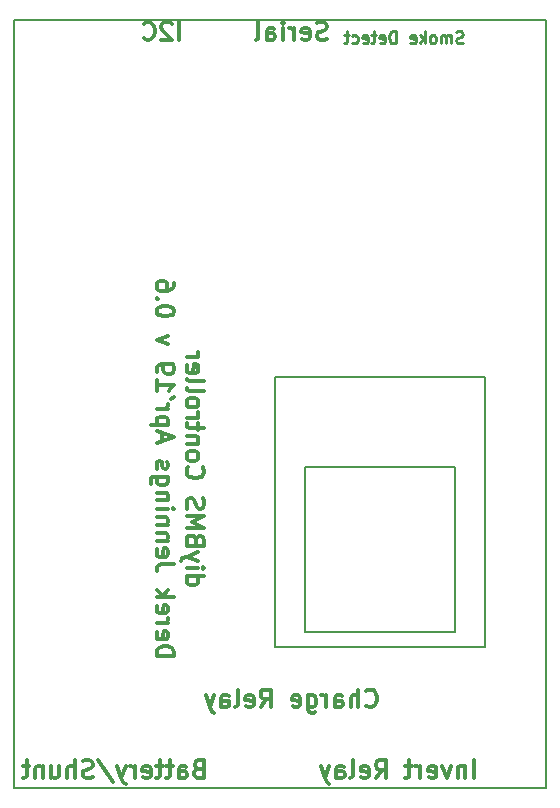
<source format=gbr>
%TF.GenerationSoftware,KiCad,Pcbnew,5.1.1*%
%TF.CreationDate,2019-04-24T12:59:08+01:00*%
%TF.ProjectId,ESP8266_home_battery_controller,45535038-3236-4365-9f68-6f6d655f6261,0.6*%
%TF.SameCoordinates,Original*%
%TF.FileFunction,Legend,Bot*%
%TF.FilePolarity,Positive*%
%FSLAX46Y46*%
G04 Gerber Fmt 4.6, Leading zero omitted, Abs format (unit mm)*
G04 Created by KiCad (PCBNEW 5.1.1) date 2019-04-24 12:59:08*
%MOMM*%
%LPD*%
G04 APERTURE LIST*
%ADD10C,0.300000*%
%ADD11C,0.250000*%
%ADD12C,0.150000*%
G04 APERTURE END LIST*
D10*
X176464285Y-56607142D02*
X176250000Y-56678571D01*
X175892857Y-56678571D01*
X175750000Y-56607142D01*
X175678571Y-56535714D01*
X175607142Y-56392857D01*
X175607142Y-56250000D01*
X175678571Y-56107142D01*
X175750000Y-56035714D01*
X175892857Y-55964285D01*
X176178571Y-55892857D01*
X176321428Y-55821428D01*
X176392857Y-55750000D01*
X176464285Y-55607142D01*
X176464285Y-55464285D01*
X176392857Y-55321428D01*
X176321428Y-55250000D01*
X176178571Y-55178571D01*
X175821428Y-55178571D01*
X175607142Y-55250000D01*
X174392857Y-56607142D02*
X174535714Y-56678571D01*
X174821428Y-56678571D01*
X174964285Y-56607142D01*
X175035714Y-56464285D01*
X175035714Y-55892857D01*
X174964285Y-55750000D01*
X174821428Y-55678571D01*
X174535714Y-55678571D01*
X174392857Y-55750000D01*
X174321428Y-55892857D01*
X174321428Y-56035714D01*
X175035714Y-56178571D01*
X173678571Y-56678571D02*
X173678571Y-55678571D01*
X173678571Y-55964285D02*
X173607142Y-55821428D01*
X173535714Y-55750000D01*
X173392857Y-55678571D01*
X173250000Y-55678571D01*
X172750000Y-56678571D02*
X172750000Y-55678571D01*
X172750000Y-55178571D02*
X172821428Y-55250000D01*
X172750000Y-55321428D01*
X172678571Y-55250000D01*
X172750000Y-55178571D01*
X172750000Y-55321428D01*
X171392857Y-56678571D02*
X171392857Y-55892857D01*
X171464285Y-55750000D01*
X171607142Y-55678571D01*
X171892857Y-55678571D01*
X172035714Y-55750000D01*
X171392857Y-56607142D02*
X171535714Y-56678571D01*
X171892857Y-56678571D01*
X172035714Y-56607142D01*
X172107142Y-56464285D01*
X172107142Y-56321428D01*
X172035714Y-56178571D01*
X171892857Y-56107142D01*
X171535714Y-56107142D01*
X171392857Y-56035714D01*
X170464285Y-56678571D02*
X170607142Y-56607142D01*
X170678571Y-56464285D01*
X170678571Y-55178571D01*
X179785714Y-113035714D02*
X179857142Y-113107142D01*
X180071428Y-113178571D01*
X180214285Y-113178571D01*
X180428571Y-113107142D01*
X180571428Y-112964285D01*
X180642857Y-112821428D01*
X180714285Y-112535714D01*
X180714285Y-112321428D01*
X180642857Y-112035714D01*
X180571428Y-111892857D01*
X180428571Y-111750000D01*
X180214285Y-111678571D01*
X180071428Y-111678571D01*
X179857142Y-111750000D01*
X179785714Y-111821428D01*
X179142857Y-113178571D02*
X179142857Y-111678571D01*
X178500000Y-113178571D02*
X178500000Y-112392857D01*
X178571428Y-112250000D01*
X178714285Y-112178571D01*
X178928571Y-112178571D01*
X179071428Y-112250000D01*
X179142857Y-112321428D01*
X177142857Y-113178571D02*
X177142857Y-112392857D01*
X177214285Y-112250000D01*
X177357142Y-112178571D01*
X177642857Y-112178571D01*
X177785714Y-112250000D01*
X177142857Y-113107142D02*
X177285714Y-113178571D01*
X177642857Y-113178571D01*
X177785714Y-113107142D01*
X177857142Y-112964285D01*
X177857142Y-112821428D01*
X177785714Y-112678571D01*
X177642857Y-112607142D01*
X177285714Y-112607142D01*
X177142857Y-112535714D01*
X176428571Y-113178571D02*
X176428571Y-112178571D01*
X176428571Y-112464285D02*
X176357142Y-112321428D01*
X176285714Y-112250000D01*
X176142857Y-112178571D01*
X176000000Y-112178571D01*
X174857142Y-112178571D02*
X174857142Y-113392857D01*
X174928571Y-113535714D01*
X175000000Y-113607142D01*
X175142857Y-113678571D01*
X175357142Y-113678571D01*
X175500000Y-113607142D01*
X174857142Y-113107142D02*
X175000000Y-113178571D01*
X175285714Y-113178571D01*
X175428571Y-113107142D01*
X175500000Y-113035714D01*
X175571428Y-112892857D01*
X175571428Y-112464285D01*
X175500000Y-112321428D01*
X175428571Y-112250000D01*
X175285714Y-112178571D01*
X175000000Y-112178571D01*
X174857142Y-112250000D01*
X173571428Y-113107142D02*
X173714285Y-113178571D01*
X174000000Y-113178571D01*
X174142857Y-113107142D01*
X174214285Y-112964285D01*
X174214285Y-112392857D01*
X174142857Y-112250000D01*
X174000000Y-112178571D01*
X173714285Y-112178571D01*
X173571428Y-112250000D01*
X173500000Y-112392857D01*
X173500000Y-112535714D01*
X174214285Y-112678571D01*
X170857142Y-113178571D02*
X171357142Y-112464285D01*
X171714285Y-113178571D02*
X171714285Y-111678571D01*
X171142857Y-111678571D01*
X171000000Y-111750000D01*
X170928571Y-111821428D01*
X170857142Y-111964285D01*
X170857142Y-112178571D01*
X170928571Y-112321428D01*
X171000000Y-112392857D01*
X171142857Y-112464285D01*
X171714285Y-112464285D01*
X169642857Y-113107142D02*
X169785714Y-113178571D01*
X170071428Y-113178571D01*
X170214285Y-113107142D01*
X170285714Y-112964285D01*
X170285714Y-112392857D01*
X170214285Y-112250000D01*
X170071428Y-112178571D01*
X169785714Y-112178571D01*
X169642857Y-112250000D01*
X169571428Y-112392857D01*
X169571428Y-112535714D01*
X170285714Y-112678571D01*
X168714285Y-113178571D02*
X168857142Y-113107142D01*
X168928571Y-112964285D01*
X168928571Y-111678571D01*
X167500000Y-113178571D02*
X167500000Y-112392857D01*
X167571428Y-112250000D01*
X167714285Y-112178571D01*
X168000000Y-112178571D01*
X168142857Y-112250000D01*
X167500000Y-113107142D02*
X167642857Y-113178571D01*
X168000000Y-113178571D01*
X168142857Y-113107142D01*
X168214285Y-112964285D01*
X168214285Y-112821428D01*
X168142857Y-112678571D01*
X168000000Y-112607142D01*
X167642857Y-112607142D01*
X167500000Y-112535714D01*
X166928571Y-112178571D02*
X166571428Y-113178571D01*
X166214285Y-112178571D02*
X166571428Y-113178571D01*
X166714285Y-113535714D01*
X166785714Y-113607142D01*
X166928571Y-113678571D01*
X188892857Y-119178571D02*
X188892857Y-117678571D01*
X188178571Y-118178571D02*
X188178571Y-119178571D01*
X188178571Y-118321428D02*
X188107142Y-118250000D01*
X187964285Y-118178571D01*
X187750000Y-118178571D01*
X187607142Y-118250000D01*
X187535714Y-118392857D01*
X187535714Y-119178571D01*
X186964285Y-118178571D02*
X186607142Y-119178571D01*
X186250000Y-118178571D01*
X185107142Y-119107142D02*
X185250000Y-119178571D01*
X185535714Y-119178571D01*
X185678571Y-119107142D01*
X185750000Y-118964285D01*
X185750000Y-118392857D01*
X185678571Y-118250000D01*
X185535714Y-118178571D01*
X185250000Y-118178571D01*
X185107142Y-118250000D01*
X185035714Y-118392857D01*
X185035714Y-118535714D01*
X185750000Y-118678571D01*
X184392857Y-119178571D02*
X184392857Y-118178571D01*
X184392857Y-118464285D02*
X184321428Y-118321428D01*
X184250000Y-118250000D01*
X184107142Y-118178571D01*
X183964285Y-118178571D01*
X183678571Y-118178571D02*
X183107142Y-118178571D01*
X183464285Y-117678571D02*
X183464285Y-118964285D01*
X183392857Y-119107142D01*
X183250000Y-119178571D01*
X183107142Y-119178571D01*
X180607142Y-119178571D02*
X181107142Y-118464285D01*
X181464285Y-119178571D02*
X181464285Y-117678571D01*
X180892857Y-117678571D01*
X180750000Y-117750000D01*
X180678571Y-117821428D01*
X180607142Y-117964285D01*
X180607142Y-118178571D01*
X180678571Y-118321428D01*
X180750000Y-118392857D01*
X180892857Y-118464285D01*
X181464285Y-118464285D01*
X179392857Y-119107142D02*
X179535714Y-119178571D01*
X179821428Y-119178571D01*
X179964285Y-119107142D01*
X180035714Y-118964285D01*
X180035714Y-118392857D01*
X179964285Y-118250000D01*
X179821428Y-118178571D01*
X179535714Y-118178571D01*
X179392857Y-118250000D01*
X179321428Y-118392857D01*
X179321428Y-118535714D01*
X180035714Y-118678571D01*
X178464285Y-119178571D02*
X178607142Y-119107142D01*
X178678571Y-118964285D01*
X178678571Y-117678571D01*
X177250000Y-119178571D02*
X177250000Y-118392857D01*
X177321428Y-118250000D01*
X177464285Y-118178571D01*
X177750000Y-118178571D01*
X177892857Y-118250000D01*
X177250000Y-119107142D02*
X177392857Y-119178571D01*
X177750000Y-119178571D01*
X177892857Y-119107142D01*
X177964285Y-118964285D01*
X177964285Y-118821428D01*
X177892857Y-118678571D01*
X177750000Y-118607142D01*
X177392857Y-118607142D01*
X177250000Y-118535714D01*
X176678571Y-118178571D02*
X176321428Y-119178571D01*
X175964285Y-118178571D02*
X176321428Y-119178571D01*
X176464285Y-119535714D01*
X176535714Y-119607142D01*
X176678571Y-119678571D01*
D11*
X187976190Y-56904761D02*
X187833333Y-56952380D01*
X187595238Y-56952380D01*
X187500000Y-56904761D01*
X187452380Y-56857142D01*
X187404761Y-56761904D01*
X187404761Y-56666666D01*
X187452380Y-56571428D01*
X187500000Y-56523809D01*
X187595238Y-56476190D01*
X187785714Y-56428571D01*
X187880952Y-56380952D01*
X187928571Y-56333333D01*
X187976190Y-56238095D01*
X187976190Y-56142857D01*
X187928571Y-56047619D01*
X187880952Y-56000000D01*
X187785714Y-55952380D01*
X187547619Y-55952380D01*
X187404761Y-56000000D01*
X186976190Y-56952380D02*
X186976190Y-56285714D01*
X186976190Y-56380952D02*
X186928571Y-56333333D01*
X186833333Y-56285714D01*
X186690476Y-56285714D01*
X186595238Y-56333333D01*
X186547619Y-56428571D01*
X186547619Y-56952380D01*
X186547619Y-56428571D02*
X186500000Y-56333333D01*
X186404761Y-56285714D01*
X186261904Y-56285714D01*
X186166666Y-56333333D01*
X186119047Y-56428571D01*
X186119047Y-56952380D01*
X185500000Y-56952380D02*
X185595238Y-56904761D01*
X185642857Y-56857142D01*
X185690476Y-56761904D01*
X185690476Y-56476190D01*
X185642857Y-56380952D01*
X185595238Y-56333333D01*
X185500000Y-56285714D01*
X185357142Y-56285714D01*
X185261904Y-56333333D01*
X185214285Y-56380952D01*
X185166666Y-56476190D01*
X185166666Y-56761904D01*
X185214285Y-56857142D01*
X185261904Y-56904761D01*
X185357142Y-56952380D01*
X185500000Y-56952380D01*
X184738095Y-56952380D02*
X184738095Y-55952380D01*
X184642857Y-56571428D02*
X184357142Y-56952380D01*
X184357142Y-56285714D02*
X184738095Y-56666666D01*
X183547619Y-56904761D02*
X183642857Y-56952380D01*
X183833333Y-56952380D01*
X183928571Y-56904761D01*
X183976190Y-56809523D01*
X183976190Y-56428571D01*
X183928571Y-56333333D01*
X183833333Y-56285714D01*
X183642857Y-56285714D01*
X183547619Y-56333333D01*
X183500000Y-56428571D01*
X183500000Y-56523809D01*
X183976190Y-56619047D01*
X182309523Y-56952380D02*
X182309523Y-55952380D01*
X182071428Y-55952380D01*
X181928571Y-56000000D01*
X181833333Y-56095238D01*
X181785714Y-56190476D01*
X181738095Y-56380952D01*
X181738095Y-56523809D01*
X181785714Y-56714285D01*
X181833333Y-56809523D01*
X181928571Y-56904761D01*
X182071428Y-56952380D01*
X182309523Y-56952380D01*
X180928571Y-56904761D02*
X181023809Y-56952380D01*
X181214285Y-56952380D01*
X181309523Y-56904761D01*
X181357142Y-56809523D01*
X181357142Y-56428571D01*
X181309523Y-56333333D01*
X181214285Y-56285714D01*
X181023809Y-56285714D01*
X180928571Y-56333333D01*
X180880952Y-56428571D01*
X180880952Y-56523809D01*
X181357142Y-56619047D01*
X180595238Y-56285714D02*
X180214285Y-56285714D01*
X180452380Y-55952380D02*
X180452380Y-56809523D01*
X180404761Y-56904761D01*
X180309523Y-56952380D01*
X180214285Y-56952380D01*
X179500000Y-56904761D02*
X179595238Y-56952380D01*
X179785714Y-56952380D01*
X179880952Y-56904761D01*
X179928571Y-56809523D01*
X179928571Y-56428571D01*
X179880952Y-56333333D01*
X179785714Y-56285714D01*
X179595238Y-56285714D01*
X179500000Y-56333333D01*
X179452380Y-56428571D01*
X179452380Y-56523809D01*
X179928571Y-56619047D01*
X178595238Y-56904761D02*
X178690476Y-56952380D01*
X178880952Y-56952380D01*
X178976190Y-56904761D01*
X179023809Y-56857142D01*
X179071428Y-56761904D01*
X179071428Y-56476190D01*
X179023809Y-56380952D01*
X178976190Y-56333333D01*
X178880952Y-56285714D01*
X178690476Y-56285714D01*
X178595238Y-56333333D01*
X178309523Y-56285714D02*
X177928571Y-56285714D01*
X178166666Y-55952380D02*
X178166666Y-56809523D01*
X178119047Y-56904761D01*
X178023809Y-56952380D01*
X177928571Y-56952380D01*
D10*
X165571428Y-118392857D02*
X165357142Y-118464285D01*
X165285714Y-118535714D01*
X165214285Y-118678571D01*
X165214285Y-118892857D01*
X165285714Y-119035714D01*
X165357142Y-119107142D01*
X165500000Y-119178571D01*
X166071428Y-119178571D01*
X166071428Y-117678571D01*
X165571428Y-117678571D01*
X165428571Y-117750000D01*
X165357142Y-117821428D01*
X165285714Y-117964285D01*
X165285714Y-118107142D01*
X165357142Y-118250000D01*
X165428571Y-118321428D01*
X165571428Y-118392857D01*
X166071428Y-118392857D01*
X163928571Y-119178571D02*
X163928571Y-118392857D01*
X164000000Y-118250000D01*
X164142857Y-118178571D01*
X164428571Y-118178571D01*
X164571428Y-118250000D01*
X163928571Y-119107142D02*
X164071428Y-119178571D01*
X164428571Y-119178571D01*
X164571428Y-119107142D01*
X164642857Y-118964285D01*
X164642857Y-118821428D01*
X164571428Y-118678571D01*
X164428571Y-118607142D01*
X164071428Y-118607142D01*
X163928571Y-118535714D01*
X163428571Y-118178571D02*
X162857142Y-118178571D01*
X163214285Y-117678571D02*
X163214285Y-118964285D01*
X163142857Y-119107142D01*
X163000000Y-119178571D01*
X162857142Y-119178571D01*
X162571428Y-118178571D02*
X162000000Y-118178571D01*
X162357142Y-117678571D02*
X162357142Y-118964285D01*
X162285714Y-119107142D01*
X162142857Y-119178571D01*
X162000000Y-119178571D01*
X160928571Y-119107142D02*
X161071428Y-119178571D01*
X161357142Y-119178571D01*
X161500000Y-119107142D01*
X161571428Y-118964285D01*
X161571428Y-118392857D01*
X161500000Y-118250000D01*
X161357142Y-118178571D01*
X161071428Y-118178571D01*
X160928571Y-118250000D01*
X160857142Y-118392857D01*
X160857142Y-118535714D01*
X161571428Y-118678571D01*
X160214285Y-119178571D02*
X160214285Y-118178571D01*
X160214285Y-118464285D02*
X160142857Y-118321428D01*
X160071428Y-118250000D01*
X159928571Y-118178571D01*
X159785714Y-118178571D01*
X159428571Y-118178571D02*
X159071428Y-119178571D01*
X158714285Y-118178571D02*
X159071428Y-119178571D01*
X159214285Y-119535714D01*
X159285714Y-119607142D01*
X159428571Y-119678571D01*
X157071428Y-117607142D02*
X158357142Y-119535714D01*
X156642857Y-119107142D02*
X156428571Y-119178571D01*
X156071428Y-119178571D01*
X155928571Y-119107142D01*
X155857142Y-119035714D01*
X155785714Y-118892857D01*
X155785714Y-118750000D01*
X155857142Y-118607142D01*
X155928571Y-118535714D01*
X156071428Y-118464285D01*
X156357142Y-118392857D01*
X156500000Y-118321428D01*
X156571428Y-118250000D01*
X156642857Y-118107142D01*
X156642857Y-117964285D01*
X156571428Y-117821428D01*
X156500000Y-117750000D01*
X156357142Y-117678571D01*
X156000000Y-117678571D01*
X155785714Y-117750000D01*
X155142857Y-119178571D02*
X155142857Y-117678571D01*
X154500000Y-119178571D02*
X154500000Y-118392857D01*
X154571428Y-118250000D01*
X154714285Y-118178571D01*
X154928571Y-118178571D01*
X155071428Y-118250000D01*
X155142857Y-118321428D01*
X153142857Y-118178571D02*
X153142857Y-119178571D01*
X153785714Y-118178571D02*
X153785714Y-118964285D01*
X153714285Y-119107142D01*
X153571428Y-119178571D01*
X153357142Y-119178571D01*
X153214285Y-119107142D01*
X153142857Y-119035714D01*
X152428571Y-118178571D02*
X152428571Y-119178571D01*
X152428571Y-118321428D02*
X152357142Y-118250000D01*
X152214285Y-118178571D01*
X152000000Y-118178571D01*
X151857142Y-118250000D01*
X151785714Y-118392857D01*
X151785714Y-119178571D01*
X151285714Y-118178571D02*
X150714285Y-118178571D01*
X151071428Y-117678571D02*
X151071428Y-118964285D01*
X151000000Y-119107142D01*
X150857142Y-119178571D01*
X150714285Y-119178571D01*
X163964285Y-56678571D02*
X163964285Y-55178571D01*
X163321428Y-55321428D02*
X163250000Y-55250000D01*
X163107142Y-55178571D01*
X162750000Y-55178571D01*
X162607142Y-55250000D01*
X162535714Y-55321428D01*
X162464285Y-55464285D01*
X162464285Y-55607142D01*
X162535714Y-55821428D01*
X163392857Y-56678571D01*
X162464285Y-56678571D01*
X160964285Y-56535714D02*
X161035714Y-56607142D01*
X161250000Y-56678571D01*
X161392857Y-56678571D01*
X161607142Y-56607142D01*
X161750000Y-56464285D01*
X161821428Y-56321428D01*
X161892857Y-56035714D01*
X161892857Y-55821428D01*
X161821428Y-55535714D01*
X161750000Y-55392857D01*
X161607142Y-55250000D01*
X161392857Y-55178571D01*
X161250000Y-55178571D01*
X161035714Y-55250000D01*
X160964285Y-55321428D01*
X164596428Y-102071428D02*
X166096428Y-102071428D01*
X164667857Y-102071428D02*
X164596428Y-102214285D01*
X164596428Y-102500000D01*
X164667857Y-102642857D01*
X164739285Y-102714285D01*
X164882142Y-102785714D01*
X165310714Y-102785714D01*
X165453571Y-102714285D01*
X165525000Y-102642857D01*
X165596428Y-102500000D01*
X165596428Y-102214285D01*
X165525000Y-102071428D01*
X164596428Y-101357142D02*
X165596428Y-101357142D01*
X166096428Y-101357142D02*
X166025000Y-101428571D01*
X165953571Y-101357142D01*
X166025000Y-101285714D01*
X166096428Y-101357142D01*
X165953571Y-101357142D01*
X165596428Y-100785714D02*
X164596428Y-100428571D01*
X165596428Y-100071428D02*
X164596428Y-100428571D01*
X164239285Y-100571428D01*
X164167857Y-100642857D01*
X164096428Y-100785714D01*
X165382142Y-99000000D02*
X165310714Y-98785714D01*
X165239285Y-98714285D01*
X165096428Y-98642857D01*
X164882142Y-98642857D01*
X164739285Y-98714285D01*
X164667857Y-98785714D01*
X164596428Y-98928571D01*
X164596428Y-99500000D01*
X166096428Y-99500000D01*
X166096428Y-99000000D01*
X166025000Y-98857142D01*
X165953571Y-98785714D01*
X165810714Y-98714285D01*
X165667857Y-98714285D01*
X165525000Y-98785714D01*
X165453571Y-98857142D01*
X165382142Y-99000000D01*
X165382142Y-99500000D01*
X164596428Y-98000000D02*
X166096428Y-98000000D01*
X165025000Y-97500000D01*
X166096428Y-97000000D01*
X164596428Y-97000000D01*
X164667857Y-96357142D02*
X164596428Y-96142857D01*
X164596428Y-95785714D01*
X164667857Y-95642857D01*
X164739285Y-95571428D01*
X164882142Y-95500000D01*
X165025000Y-95500000D01*
X165167857Y-95571428D01*
X165239285Y-95642857D01*
X165310714Y-95785714D01*
X165382142Y-96071428D01*
X165453571Y-96214285D01*
X165525000Y-96285714D01*
X165667857Y-96357142D01*
X165810714Y-96357142D01*
X165953571Y-96285714D01*
X166025000Y-96214285D01*
X166096428Y-96071428D01*
X166096428Y-95714285D01*
X166025000Y-95500000D01*
X164739285Y-92857142D02*
X164667857Y-92928571D01*
X164596428Y-93142857D01*
X164596428Y-93285714D01*
X164667857Y-93500000D01*
X164810714Y-93642857D01*
X164953571Y-93714285D01*
X165239285Y-93785714D01*
X165453571Y-93785714D01*
X165739285Y-93714285D01*
X165882142Y-93642857D01*
X166025000Y-93500000D01*
X166096428Y-93285714D01*
X166096428Y-93142857D01*
X166025000Y-92928571D01*
X165953571Y-92857142D01*
X164596428Y-92000000D02*
X164667857Y-92142857D01*
X164739285Y-92214285D01*
X164882142Y-92285714D01*
X165310714Y-92285714D01*
X165453571Y-92214285D01*
X165525000Y-92142857D01*
X165596428Y-92000000D01*
X165596428Y-91785714D01*
X165525000Y-91642857D01*
X165453571Y-91571428D01*
X165310714Y-91500000D01*
X164882142Y-91500000D01*
X164739285Y-91571428D01*
X164667857Y-91642857D01*
X164596428Y-91785714D01*
X164596428Y-92000000D01*
X165596428Y-90857142D02*
X164596428Y-90857142D01*
X165453571Y-90857142D02*
X165525000Y-90785714D01*
X165596428Y-90642857D01*
X165596428Y-90428571D01*
X165525000Y-90285714D01*
X165382142Y-90214285D01*
X164596428Y-90214285D01*
X165596428Y-89714285D02*
X165596428Y-89142857D01*
X166096428Y-89500000D02*
X164810714Y-89500000D01*
X164667857Y-89428571D01*
X164596428Y-89285714D01*
X164596428Y-89142857D01*
X164596428Y-88642857D02*
X165596428Y-88642857D01*
X165310714Y-88642857D02*
X165453571Y-88571428D01*
X165525000Y-88500000D01*
X165596428Y-88357142D01*
X165596428Y-88214285D01*
X164596428Y-87500000D02*
X164667857Y-87642857D01*
X164739285Y-87714285D01*
X164882142Y-87785714D01*
X165310714Y-87785714D01*
X165453571Y-87714285D01*
X165525000Y-87642857D01*
X165596428Y-87500000D01*
X165596428Y-87285714D01*
X165525000Y-87142857D01*
X165453571Y-87071428D01*
X165310714Y-87000000D01*
X164882142Y-87000000D01*
X164739285Y-87071428D01*
X164667857Y-87142857D01*
X164596428Y-87285714D01*
X164596428Y-87500000D01*
X164596428Y-86142857D02*
X164667857Y-86285714D01*
X164810714Y-86357142D01*
X166096428Y-86357142D01*
X164596428Y-85357142D02*
X164667857Y-85500000D01*
X164810714Y-85571428D01*
X166096428Y-85571428D01*
X164667857Y-84214285D02*
X164596428Y-84357142D01*
X164596428Y-84642857D01*
X164667857Y-84785714D01*
X164810714Y-84857142D01*
X165382142Y-84857142D01*
X165525000Y-84785714D01*
X165596428Y-84642857D01*
X165596428Y-84357142D01*
X165525000Y-84214285D01*
X165382142Y-84142857D01*
X165239285Y-84142857D01*
X165096428Y-84857142D01*
X164596428Y-83500000D02*
X165596428Y-83500000D01*
X165310714Y-83500000D02*
X165453571Y-83428571D01*
X165525000Y-83357142D01*
X165596428Y-83214285D01*
X165596428Y-83071428D01*
X162046428Y-108857142D02*
X163546428Y-108857142D01*
X163546428Y-108500000D01*
X163475000Y-108285714D01*
X163332142Y-108142857D01*
X163189285Y-108071428D01*
X162903571Y-108000000D01*
X162689285Y-108000000D01*
X162403571Y-108071428D01*
X162260714Y-108142857D01*
X162117857Y-108285714D01*
X162046428Y-108500000D01*
X162046428Y-108857142D01*
X162117857Y-106785714D02*
X162046428Y-106928571D01*
X162046428Y-107214285D01*
X162117857Y-107357142D01*
X162260714Y-107428571D01*
X162832142Y-107428571D01*
X162975000Y-107357142D01*
X163046428Y-107214285D01*
X163046428Y-106928571D01*
X162975000Y-106785714D01*
X162832142Y-106714285D01*
X162689285Y-106714285D01*
X162546428Y-107428571D01*
X162046428Y-106071428D02*
X163046428Y-106071428D01*
X162760714Y-106071428D02*
X162903571Y-106000000D01*
X162975000Y-105928571D01*
X163046428Y-105785714D01*
X163046428Y-105642857D01*
X162117857Y-104571428D02*
X162046428Y-104714285D01*
X162046428Y-105000000D01*
X162117857Y-105142857D01*
X162260714Y-105214285D01*
X162832142Y-105214285D01*
X162975000Y-105142857D01*
X163046428Y-105000000D01*
X163046428Y-104714285D01*
X162975000Y-104571428D01*
X162832142Y-104500000D01*
X162689285Y-104500000D01*
X162546428Y-105214285D01*
X162046428Y-103857142D02*
X163546428Y-103857142D01*
X162617857Y-103714285D02*
X162046428Y-103285714D01*
X163046428Y-103285714D02*
X162475000Y-103857142D01*
X163546428Y-101071428D02*
X162475000Y-101071428D01*
X162260714Y-101142857D01*
X162117857Y-101285714D01*
X162046428Y-101500000D01*
X162046428Y-101642857D01*
X162117857Y-99785714D02*
X162046428Y-99928571D01*
X162046428Y-100214285D01*
X162117857Y-100357142D01*
X162260714Y-100428571D01*
X162832142Y-100428571D01*
X162975000Y-100357142D01*
X163046428Y-100214285D01*
X163046428Y-99928571D01*
X162975000Y-99785714D01*
X162832142Y-99714285D01*
X162689285Y-99714285D01*
X162546428Y-100428571D01*
X163046428Y-99071428D02*
X162046428Y-99071428D01*
X162903571Y-99071428D02*
X162975000Y-99000000D01*
X163046428Y-98857142D01*
X163046428Y-98642857D01*
X162975000Y-98500000D01*
X162832142Y-98428571D01*
X162046428Y-98428571D01*
X163046428Y-97714285D02*
X162046428Y-97714285D01*
X162903571Y-97714285D02*
X162975000Y-97642857D01*
X163046428Y-97500000D01*
X163046428Y-97285714D01*
X162975000Y-97142857D01*
X162832142Y-97071428D01*
X162046428Y-97071428D01*
X162046428Y-96357142D02*
X163046428Y-96357142D01*
X163546428Y-96357142D02*
X163475000Y-96428571D01*
X163403571Y-96357142D01*
X163475000Y-96285714D01*
X163546428Y-96357142D01*
X163403571Y-96357142D01*
X163046428Y-95642857D02*
X162046428Y-95642857D01*
X162903571Y-95642857D02*
X162975000Y-95571428D01*
X163046428Y-95428571D01*
X163046428Y-95214285D01*
X162975000Y-95071428D01*
X162832142Y-95000000D01*
X162046428Y-95000000D01*
X163046428Y-93642857D02*
X161832142Y-93642857D01*
X161689285Y-93714285D01*
X161617857Y-93785714D01*
X161546428Y-93928571D01*
X161546428Y-94142857D01*
X161617857Y-94285714D01*
X162117857Y-93642857D02*
X162046428Y-93785714D01*
X162046428Y-94071428D01*
X162117857Y-94214285D01*
X162189285Y-94285714D01*
X162332142Y-94357142D01*
X162760714Y-94357142D01*
X162903571Y-94285714D01*
X162975000Y-94214285D01*
X163046428Y-94071428D01*
X163046428Y-93785714D01*
X162975000Y-93642857D01*
X162117857Y-93000000D02*
X162046428Y-92857142D01*
X162046428Y-92571428D01*
X162117857Y-92428571D01*
X162260714Y-92357142D01*
X162332142Y-92357142D01*
X162475000Y-92428571D01*
X162546428Y-92571428D01*
X162546428Y-92785714D01*
X162617857Y-92928571D01*
X162760714Y-93000000D01*
X162832142Y-93000000D01*
X162975000Y-92928571D01*
X163046428Y-92785714D01*
X163046428Y-92571428D01*
X162975000Y-92428571D01*
X162475000Y-90642857D02*
X162475000Y-89928571D01*
X162046428Y-90785714D02*
X163546428Y-90285714D01*
X162046428Y-89785714D01*
X163046428Y-89285714D02*
X161546428Y-89285714D01*
X162975000Y-89285714D02*
X163046428Y-89142857D01*
X163046428Y-88857142D01*
X162975000Y-88714285D01*
X162903571Y-88642857D01*
X162760714Y-88571428D01*
X162332142Y-88571428D01*
X162189285Y-88642857D01*
X162117857Y-88714285D01*
X162046428Y-88857142D01*
X162046428Y-89142857D01*
X162117857Y-89285714D01*
X162046428Y-87928571D02*
X163046428Y-87928571D01*
X162760714Y-87928571D02*
X162903571Y-87857142D01*
X162975000Y-87785714D01*
X163046428Y-87642857D01*
X163046428Y-87500000D01*
X163546428Y-86928571D02*
X163260714Y-87071428D01*
X162046428Y-85500000D02*
X162046428Y-86357142D01*
X162046428Y-85928571D02*
X163546428Y-85928571D01*
X163332142Y-86071428D01*
X163189285Y-86214285D01*
X163117857Y-86357142D01*
X162046428Y-84785714D02*
X162046428Y-84500000D01*
X162117857Y-84357142D01*
X162189285Y-84285714D01*
X162403571Y-84142857D01*
X162689285Y-84071428D01*
X163260714Y-84071428D01*
X163403571Y-84142857D01*
X163475000Y-84214285D01*
X163546428Y-84357142D01*
X163546428Y-84642857D01*
X163475000Y-84785714D01*
X163403571Y-84857142D01*
X163260714Y-84928571D01*
X162903571Y-84928571D01*
X162760714Y-84857142D01*
X162689285Y-84785714D01*
X162617857Y-84642857D01*
X162617857Y-84357142D01*
X162689285Y-84214285D01*
X162760714Y-84142857D01*
X162903571Y-84071428D01*
X163046428Y-82428571D02*
X162046428Y-82071428D01*
X163046428Y-81714285D01*
X163546428Y-79714285D02*
X163546428Y-79571428D01*
X163475000Y-79428571D01*
X163403571Y-79357142D01*
X163260714Y-79285714D01*
X162975000Y-79214285D01*
X162617857Y-79214285D01*
X162332142Y-79285714D01*
X162189285Y-79357142D01*
X162117857Y-79428571D01*
X162046428Y-79571428D01*
X162046428Y-79714285D01*
X162117857Y-79857142D01*
X162189285Y-79928571D01*
X162332142Y-80000000D01*
X162617857Y-80071428D01*
X162975000Y-80071428D01*
X163260714Y-80000000D01*
X163403571Y-79928571D01*
X163475000Y-79857142D01*
X163546428Y-79714285D01*
X162189285Y-78571428D02*
X162117857Y-78500000D01*
X162046428Y-78571428D01*
X162117857Y-78642857D01*
X162189285Y-78571428D01*
X162046428Y-78571428D01*
X163546428Y-77214285D02*
X163546428Y-77500000D01*
X163475000Y-77642857D01*
X163403571Y-77714285D01*
X163189285Y-77857142D01*
X162903571Y-77928571D01*
X162332142Y-77928571D01*
X162189285Y-77857142D01*
X162117857Y-77785714D01*
X162046428Y-77642857D01*
X162046428Y-77357142D01*
X162117857Y-77214285D01*
X162189285Y-77142857D01*
X162332142Y-77071428D01*
X162689285Y-77071428D01*
X162832142Y-77142857D01*
X162903571Y-77214285D01*
X162975000Y-77357142D01*
X162975000Y-77642857D01*
X162903571Y-77785714D01*
X162832142Y-77857142D01*
X162689285Y-77928571D01*
D12*
X150000000Y-55000000D02*
X195000000Y-55000000D01*
X150000000Y-120000000D02*
X150000000Y-55000000D01*
X195000000Y-120000000D02*
X150000000Y-120000000D01*
X195000000Y-55000000D02*
X195000000Y-120000000D01*
X174650000Y-106810000D02*
X174650000Y-92840000D01*
X174650000Y-92840000D02*
X187350000Y-92840000D01*
X187350000Y-92840000D02*
X187350000Y-106810000D01*
X187350000Y-106810000D02*
X174650000Y-106810000D01*
X172110000Y-108080000D02*
X189890000Y-108080000D01*
X189890000Y-108080000D02*
X189890000Y-85220000D01*
X189890000Y-85220000D02*
X172110000Y-85220000D01*
X172110000Y-85220000D02*
X172110000Y-108080000D01*
M02*

</source>
